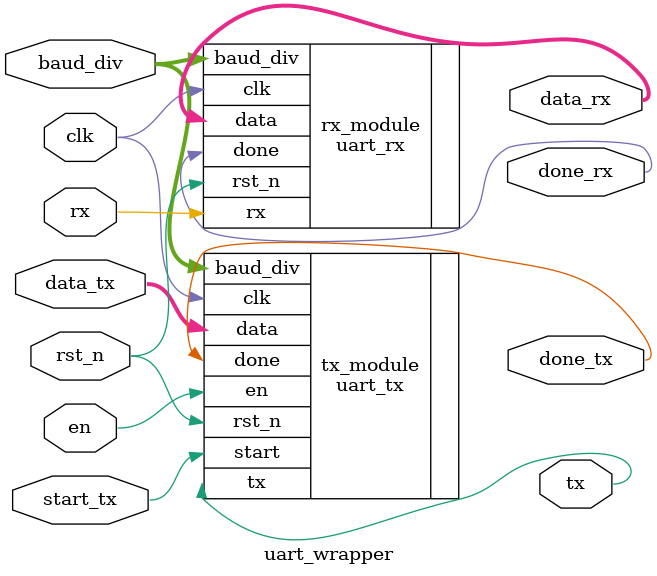
<source format=v>
module uart_wrapper (
    input wire          clk,
    input wire          rst_n,
    input wire          en,
    input wire          start_tx,
    input wire  [7:0]   data_tx,
    input wire          rx,
    input wire  [15:0]  baud_div,
    output wire         tx,
    output wire [7:0]   data_rx,
    output wire         done_tx,
    output wire         done_rx
);
    // Instantiate the UART TX
    uart_tx tx_module (
        .clk(clk),
        .rst_n(rst_n),
        .en(en),
        .start(start_tx),
        .data(data_tx),
        .baud_div(baud_div),
        .tx(tx),
        .done(done_tx)
    );

    // Instantiate the UART RX
    uart_rx rx_module (
        .clk(clk),
        .rst_n(rst_n),
        .rx(rx),
        .baud_div(baud_div),
        .data(data_rx),
        .done(done_rx)
    );

endmodule

</source>
